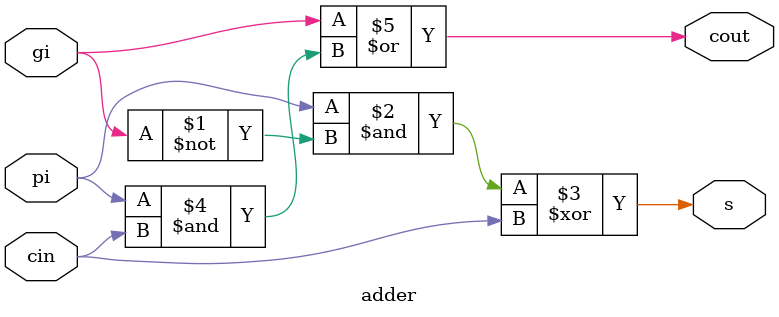
<source format=v>
module adder(pi,gi,cin,cout,s);
  input pi,gi;
  input cin;
  output cout,s;
  assign s=(pi&(~gi))^cin;
  assign cout=gi|(pi&cin);
endmodule
</source>
